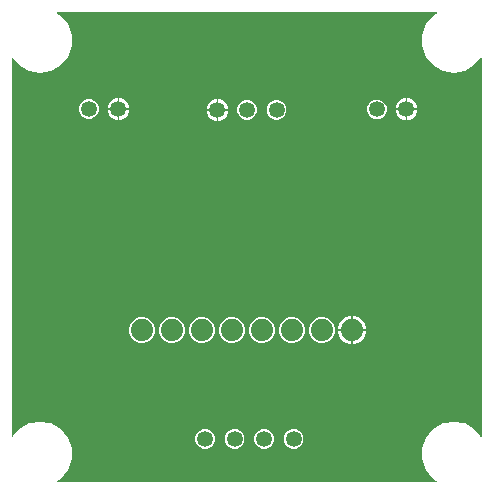
<source format=gbr>
G04 EAGLE Gerber RS-274X export*
G75*
%MOMM*%
%FSLAX34Y34*%
%LPD*%
%INBottom Copper*%
%IPPOS*%
%AMOC8*
5,1,8,0,0,1.08239X$1,22.5*%
G01*
G04 Define Apertures*
%ADD10C,1.879600*%
%ADD11C,1.348000*%
G36*
X376214Y23382D02*
X375917Y23322D01*
X55884Y23322D01*
X55722Y23339D01*
X55444Y23461D01*
X55236Y23682D01*
X55131Y23967D01*
X55144Y24269D01*
X55275Y24543D01*
X55503Y24744D01*
X58472Y26458D01*
X64575Y33731D01*
X67822Y42653D01*
X67822Y52147D01*
X64575Y61069D01*
X58472Y68342D01*
X50250Y73089D01*
X40900Y74737D01*
X31550Y73089D01*
X23328Y68342D01*
X18168Y62192D01*
X17903Y61990D01*
X17608Y61920D01*
X17309Y61971D01*
X17054Y62134D01*
X16882Y62385D01*
X16822Y62682D01*
X16822Y382118D01*
X16895Y382443D01*
X17076Y382686D01*
X17338Y382839D01*
X17638Y382878D01*
X17930Y382797D01*
X18168Y382608D01*
X23328Y376458D01*
X31550Y371711D01*
X40900Y370063D01*
X50250Y371711D01*
X58472Y376458D01*
X64575Y383731D01*
X67822Y392653D01*
X67822Y402147D01*
X64575Y411069D01*
X58472Y418342D01*
X55503Y420056D01*
X55371Y420152D01*
X55192Y420397D01*
X55122Y420692D01*
X55173Y420991D01*
X55336Y421246D01*
X55586Y421418D01*
X55884Y421478D01*
X375917Y421478D01*
X376078Y421461D01*
X376356Y421339D01*
X376564Y421118D01*
X376669Y420834D01*
X376656Y420531D01*
X376525Y420257D01*
X376298Y420056D01*
X373328Y418342D01*
X367225Y411069D01*
X363978Y402147D01*
X363978Y392653D01*
X367225Y383731D01*
X373328Y376458D01*
X381550Y371711D01*
X390900Y370063D01*
X400250Y371711D01*
X408472Y376458D01*
X413632Y382608D01*
X413897Y382810D01*
X414192Y382880D01*
X414491Y382829D01*
X414746Y382666D01*
X414918Y382416D01*
X414978Y382118D01*
X414978Y62682D01*
X414905Y62357D01*
X414724Y62114D01*
X414462Y61961D01*
X414162Y61922D01*
X413870Y62003D01*
X413632Y62192D01*
X408472Y68342D01*
X400250Y73089D01*
X390900Y74737D01*
X381550Y73089D01*
X373328Y68342D01*
X367225Y61069D01*
X363978Y52147D01*
X363978Y42653D01*
X367225Y33731D01*
X373328Y26458D01*
X376298Y24744D01*
X376429Y24648D01*
X376608Y24403D01*
X376678Y24108D01*
X376627Y23809D01*
X376464Y23554D01*
X376214Y23382D01*
G37*
%LPC*%
G36*
X97908Y340106D02*
X106426Y340106D01*
X106426Y348624D01*
X105342Y348624D01*
X101931Y347211D01*
X99321Y344601D01*
X97908Y341190D01*
X97908Y340106D01*
G37*
G36*
X107950Y340106D02*
X116468Y340106D01*
X116468Y341190D01*
X115055Y344601D01*
X112445Y347211D01*
X109034Y348624D01*
X107950Y348624D01*
X107950Y340106D01*
G37*
G36*
X341748Y339852D02*
X350266Y339852D01*
X350266Y348370D01*
X349182Y348370D01*
X345771Y346957D01*
X343161Y344347D01*
X341748Y340936D01*
X341748Y339852D01*
G37*
G36*
X351790Y339852D02*
X360308Y339852D01*
X360308Y340936D01*
X358895Y344347D01*
X356285Y346957D01*
X352874Y348370D01*
X351790Y348370D01*
X351790Y339852D01*
G37*
G36*
X181728Y339344D02*
X190246Y339344D01*
X190246Y347862D01*
X189162Y347862D01*
X185751Y346449D01*
X183141Y343839D01*
X181728Y340428D01*
X181728Y339344D01*
G37*
G36*
X191770Y339344D02*
X200288Y339344D01*
X200288Y340428D01*
X198875Y343839D01*
X196265Y346449D01*
X192854Y347862D01*
X191770Y347862D01*
X191770Y339344D01*
G37*
G36*
X80544Y331080D02*
X83832Y331080D01*
X86869Y332338D01*
X89194Y334663D01*
X90452Y337700D01*
X90452Y340988D01*
X89194Y344025D01*
X86869Y346350D01*
X83832Y347608D01*
X80544Y347608D01*
X77507Y346350D01*
X75182Y344025D01*
X73924Y340988D01*
X73924Y337700D01*
X75182Y334663D01*
X77507Y332338D01*
X80544Y331080D01*
G37*
G36*
X324384Y330826D02*
X327672Y330826D01*
X330709Y332084D01*
X333034Y334409D01*
X334292Y337446D01*
X334292Y340734D01*
X333034Y343771D01*
X330709Y346096D01*
X327672Y347354D01*
X324384Y347354D01*
X321347Y346096D01*
X319022Y343771D01*
X317764Y340734D01*
X317764Y337446D01*
X319022Y334409D01*
X321347Y332084D01*
X324384Y330826D01*
G37*
G36*
X239364Y330318D02*
X242652Y330318D01*
X245689Y331576D01*
X248014Y333901D01*
X249272Y336938D01*
X249272Y340226D01*
X248014Y343263D01*
X245689Y345588D01*
X242652Y346846D01*
X239364Y346846D01*
X236327Y345588D01*
X234002Y343263D01*
X232744Y340226D01*
X232744Y336938D01*
X234002Y333901D01*
X236327Y331576D01*
X239364Y330318D01*
G37*
G36*
X214364Y330318D02*
X217652Y330318D01*
X220689Y331576D01*
X223014Y333901D01*
X224272Y336938D01*
X224272Y340226D01*
X223014Y343263D01*
X220689Y345588D01*
X217652Y346846D01*
X214364Y346846D01*
X211327Y345588D01*
X209002Y343263D01*
X207744Y340226D01*
X207744Y336938D01*
X209002Y333901D01*
X211327Y331576D01*
X214364Y330318D01*
G37*
G36*
X107950Y330064D02*
X109034Y330064D01*
X112445Y331477D01*
X115055Y334087D01*
X116468Y337498D01*
X116468Y338582D01*
X107950Y338582D01*
X107950Y330064D01*
G37*
G36*
X105342Y330064D02*
X106426Y330064D01*
X106426Y338582D01*
X97908Y338582D01*
X97908Y337498D01*
X99321Y334087D01*
X101931Y331477D01*
X105342Y330064D01*
G37*
G36*
X349182Y329810D02*
X350266Y329810D01*
X350266Y338328D01*
X341748Y338328D01*
X341748Y337244D01*
X343161Y333833D01*
X345771Y331223D01*
X349182Y329810D01*
G37*
G36*
X351790Y329810D02*
X352874Y329810D01*
X356285Y331223D01*
X358895Y333833D01*
X360308Y337244D01*
X360308Y338328D01*
X351790Y338328D01*
X351790Y329810D01*
G37*
G36*
X191770Y329302D02*
X192854Y329302D01*
X196265Y330715D01*
X198875Y333325D01*
X200288Y336736D01*
X200288Y337820D01*
X191770Y337820D01*
X191770Y329302D01*
G37*
G36*
X189162Y329302D02*
X190246Y329302D01*
X190246Y337820D01*
X181728Y337820D01*
X181728Y336736D01*
X183141Y333325D01*
X185751Y330715D01*
X189162Y329302D01*
G37*
G36*
X292862Y152839D02*
X304038Y152839D01*
X304038Y164015D01*
X302425Y164015D01*
X298038Y162197D01*
X294679Y158839D01*
X292862Y154452D01*
X292862Y152839D01*
G37*
G36*
X305562Y152839D02*
X316738Y152839D01*
X316738Y154452D01*
X314921Y158839D01*
X311562Y162197D01*
X307175Y164015D01*
X305562Y164015D01*
X305562Y152839D01*
G37*
G36*
X277227Y141155D02*
X281573Y141155D01*
X285587Y142818D01*
X288659Y145890D01*
X290322Y149904D01*
X290322Y154249D01*
X288659Y158264D01*
X285587Y161336D01*
X281573Y162999D01*
X277227Y162999D01*
X273213Y161336D01*
X270141Y158264D01*
X268478Y154249D01*
X268478Y149904D01*
X270141Y145890D01*
X273213Y142818D01*
X277227Y141155D01*
G37*
G36*
X251827Y141155D02*
X256173Y141155D01*
X260187Y142818D01*
X263259Y145890D01*
X264922Y149904D01*
X264922Y154249D01*
X263259Y158264D01*
X260187Y161336D01*
X256173Y162999D01*
X251827Y162999D01*
X247813Y161336D01*
X244741Y158264D01*
X243078Y154249D01*
X243078Y149904D01*
X244741Y145890D01*
X247813Y142818D01*
X251827Y141155D01*
G37*
G36*
X226427Y141155D02*
X230773Y141155D01*
X234787Y142818D01*
X237859Y145890D01*
X239522Y149904D01*
X239522Y154249D01*
X237859Y158264D01*
X234787Y161336D01*
X230773Y162999D01*
X226427Y162999D01*
X222413Y161336D01*
X219341Y158264D01*
X217678Y154249D01*
X217678Y149904D01*
X219341Y145890D01*
X222413Y142818D01*
X226427Y141155D01*
G37*
G36*
X201027Y141155D02*
X205373Y141155D01*
X209387Y142818D01*
X212459Y145890D01*
X214122Y149904D01*
X214122Y154249D01*
X212459Y158264D01*
X209387Y161336D01*
X205373Y162999D01*
X201027Y162999D01*
X197013Y161336D01*
X193941Y158264D01*
X192278Y154249D01*
X192278Y149904D01*
X193941Y145890D01*
X197013Y142818D01*
X201027Y141155D01*
G37*
G36*
X175627Y141155D02*
X179973Y141155D01*
X183987Y142818D01*
X187059Y145890D01*
X188722Y149904D01*
X188722Y154249D01*
X187059Y158264D01*
X183987Y161336D01*
X179973Y162999D01*
X175627Y162999D01*
X171613Y161336D01*
X168541Y158264D01*
X166878Y154249D01*
X166878Y149904D01*
X168541Y145890D01*
X171613Y142818D01*
X175627Y141155D01*
G37*
G36*
X150227Y141155D02*
X154573Y141155D01*
X158587Y142818D01*
X161659Y145890D01*
X163322Y149904D01*
X163322Y154249D01*
X161659Y158264D01*
X158587Y161336D01*
X154573Y162999D01*
X150227Y162999D01*
X146213Y161336D01*
X143141Y158264D01*
X141478Y154249D01*
X141478Y149904D01*
X143141Y145890D01*
X146213Y142818D01*
X150227Y141155D01*
G37*
G36*
X124827Y141155D02*
X129173Y141155D01*
X133187Y142818D01*
X136259Y145890D01*
X137922Y149904D01*
X137922Y154249D01*
X136259Y158264D01*
X133187Y161336D01*
X129173Y162999D01*
X124827Y162999D01*
X120813Y161336D01*
X117741Y158264D01*
X116078Y154249D01*
X116078Y149904D01*
X117741Y145890D01*
X120813Y142818D01*
X124827Y141155D01*
G37*
G36*
X305562Y140139D02*
X307175Y140139D01*
X311562Y141956D01*
X314921Y145315D01*
X316738Y149702D01*
X316738Y151315D01*
X305562Y151315D01*
X305562Y140139D01*
G37*
G36*
X302425Y140139D02*
X304038Y140139D01*
X304038Y151315D01*
X292862Y151315D01*
X292862Y149702D01*
X294679Y145315D01*
X298038Y141956D01*
X302425Y140139D01*
G37*
G36*
X253880Y51680D02*
X257168Y51680D01*
X260205Y52938D01*
X262530Y55263D01*
X263788Y58300D01*
X263788Y61588D01*
X262530Y64625D01*
X260205Y66950D01*
X257168Y68208D01*
X253880Y68208D01*
X250843Y66950D01*
X248518Y64625D01*
X247260Y61588D01*
X247260Y58300D01*
X248518Y55263D01*
X250843Y52938D01*
X253880Y51680D01*
G37*
G36*
X228880Y51680D02*
X232168Y51680D01*
X235205Y52938D01*
X237530Y55263D01*
X238788Y58300D01*
X238788Y61588D01*
X237530Y64625D01*
X235205Y66950D01*
X232168Y68208D01*
X228880Y68208D01*
X225843Y66950D01*
X223518Y64625D01*
X222260Y61588D01*
X222260Y58300D01*
X223518Y55263D01*
X225843Y52938D01*
X228880Y51680D01*
G37*
G36*
X203880Y51680D02*
X207168Y51680D01*
X210205Y52938D01*
X212530Y55263D01*
X213788Y58300D01*
X213788Y61588D01*
X212530Y64625D01*
X210205Y66950D01*
X207168Y68208D01*
X203880Y68208D01*
X200843Y66950D01*
X198518Y64625D01*
X197260Y61588D01*
X197260Y58300D01*
X198518Y55263D01*
X200843Y52938D01*
X203880Y51680D01*
G37*
G36*
X178880Y51680D02*
X182168Y51680D01*
X185205Y52938D01*
X187530Y55263D01*
X188788Y58300D01*
X188788Y61588D01*
X187530Y64625D01*
X185205Y66950D01*
X182168Y68208D01*
X178880Y68208D01*
X175843Y66950D01*
X173518Y64625D01*
X172260Y61588D01*
X172260Y58300D01*
X173518Y55263D01*
X175843Y52938D01*
X178880Y51680D01*
G37*
%LPD*%
D10*
X127000Y152077D03*
X152400Y152077D03*
X177800Y152077D03*
X203200Y152077D03*
X228600Y152077D03*
X254000Y152077D03*
X279400Y152077D03*
X304800Y152077D03*
D11*
X107188Y339344D03*
X82188Y339344D03*
X351028Y339090D03*
X326028Y339090D03*
X255524Y59944D03*
X230524Y59944D03*
X205524Y59944D03*
X180524Y59944D03*
X191008Y338582D03*
X216008Y338582D03*
X241008Y338582D03*
M02*

</source>
